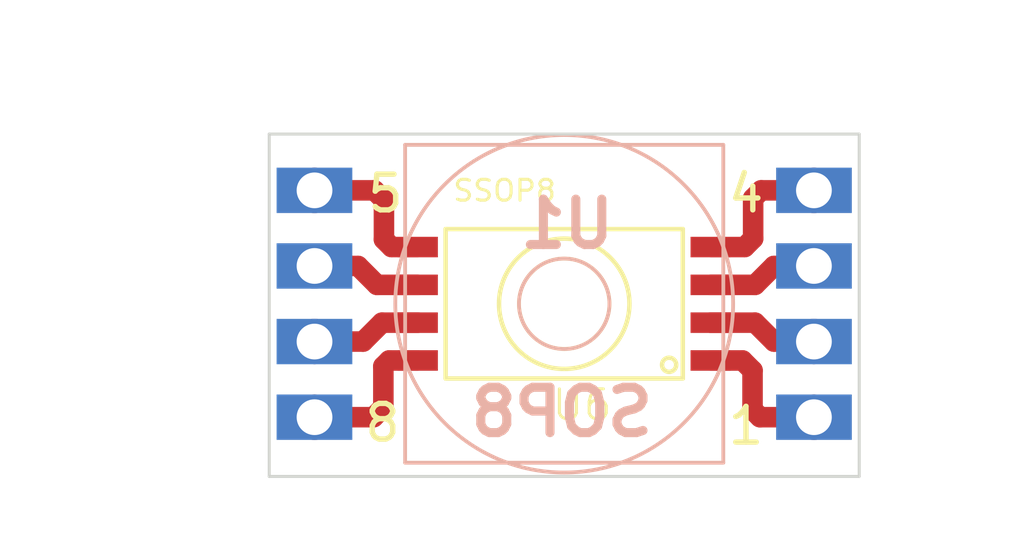
<source format=kicad_pcb>
(kicad_pcb (version 3) (host pcbnew "(2013-jul-07)-stable")

  (general
    (links 8)
    (no_connects 0)
    (area 197.100001 140.650001 234.835715 160.6)
    (thickness 1.6)
    (drawings 12)
    (tracks 48)
    (zones 0)
    (modules 2)
    (nets 9)
  )

  (page A3)
  (layers
    (15 F.Cu signal)
    (0 B.Cu signal)
    (16 B.Adhes user)
    (17 F.Adhes user)
    (18 B.Paste user)
    (19 F.Paste user)
    (20 B.SilkS user)
    (21 F.SilkS user)
    (22 B.Mask user)
    (23 F.Mask user)
    (24 Dwgs.User user)
    (25 Cmts.User user)
    (26 Eco1.User user)
    (27 Eco2.User user)
    (28 Edge.Cuts user)
  )

  (setup
    (last_trace_width 0.254)
    (trace_clearance 0.254)
    (zone_clearance 0.508)
    (zone_45_only no)
    (trace_min 0.254)
    (segment_width 0.2)
    (edge_width 0.1)
    (via_size 0.889)
    (via_drill 0.635)
    (via_min_size 0.889)
    (via_min_drill 0.508)
    (uvia_size 0.508)
    (uvia_drill 0.127)
    (uvias_allowed no)
    (uvia_min_size 0.508)
    (uvia_min_drill 0.127)
    (pcb_text_width 0.3)
    (pcb_text_size 1.5 1.5)
    (mod_edge_width 0.15)
    (mod_text_size 1 1)
    (mod_text_width 0.15)
    (pad_size 1.524 1.524)
    (pad_drill 0.8001)
    (pad_to_mask_clearance 0)
    (aux_axis_origin 0 0)
    (visible_elements 7FFFFFFF)
    (pcbplotparams
      (layerselection 3178497)
      (usegerberextensions true)
      (excludeedgelayer true)
      (linewidth 0.150000)
      (plotframeref false)
      (viasonmask false)
      (mode 1)
      (useauxorigin false)
      (hpglpennumber 1)
      (hpglpenspeed 20)
      (hpglpendiameter 15)
      (hpglpenoverlay 2)
      (psnegative false)
      (psa4output false)
      (plotreference true)
      (plotvalue true)
      (plotothertext true)
      (plotinvisibletext false)
      (padsonsilk false)
      (subtractmaskfromsilk false)
      (outputformat 1)
      (mirror false)
      (drillshape 0)
      (scaleselection 1)
      (outputdirectory Gerber/Adapter/))
  )

  (net 0 "")
  (net 1 /5Vdc)
  (net 2 /GND)
  (net 3 /MAP)
  (net 4 /Pin1)
  (net 5 /Pin5)
  (net 6 /Pin6)
  (net 7 /Pin7)
  (net 8 /Pin8)

  (net_class Default "This is the default net class."
    (clearance 0.254)
    (trace_width 0.254)
    (via_dia 0.889)
    (via_drill 0.635)
    (uvia_dia 0.508)
    (uvia_drill 0.127)
    (add_net "")
  )

  (net_class SSOP ""
    (clearance 0.254)
    (trace_width 0.69)
    (via_dia 1.524)
    (via_drill 1.2)
    (uvia_dia 0.508)
    (uvia_drill 0.127)
    (add_net /5Vdc)
    (add_net /GND)
    (add_net /MAP)
    (add_net /Pin1)
    (add_net /Pin5)
    (add_net /Pin6)
    (add_net /Pin7)
    (add_net /Pin8)
  )

  (module SSOP-8-Freescale (layer F.Cu) (tedit 539BCA4B) (tstamp 539BCBF9)
    (at 216.4 150.5)
    (path /539BCE53)
    (fp_text reference U6 (at 0.6 3.4) (layer F.SilkS)
      (effects (font (size 1 1) (thickness 0.1016)))
    )
    (fp_text value SSOP8 (at -2 -3.8) (layer F.SilkS)
      (effects (font (size 0.7 0.7) (thickness 0.1016)))
    )
    (fp_circle (center 0 0) (end 2.15 0.41) (layer F.SilkS) (width 0.15))
    (fp_circle (center 3.52 2.05) (end 3.32 1.92) (layer F.SilkS) (width 0.15))
    (fp_line (start 3.98 2.51) (end 3.98 -2.51) (layer F.SilkS) (width 0.15))
    (fp_line (start 3.98 -2.51) (end -3.98 -2.51) (layer F.SilkS) (width 0.15))
    (fp_line (start -3.98 -2.51) (end -3.98 2.51) (layer F.SilkS) (width 0.15))
    (fp_line (start -3.98 2.51) (end 3.98 2.51) (layer F.SilkS) (width 0.15))
    (fp_circle (center 0 0) (end 1.51892 0) (layer F.SilkS) (width 0.127))
    (pad 1 smd rect (at 4.915 1.905) (size 1.35 0.69)
      (layers F.Cu F.Paste F.Mask)
      (net 4 /Pin1)
    )
    (pad 2 smd rect (at 4.915 0.635) (size 1.35 0.69)
      (layers F.Cu F.Paste F.Mask)
      (net 1 /5Vdc)
    )
    (pad 3 smd rect (at 4.915 -0.635) (size 1.35 0.69)
      (layers F.Cu F.Paste F.Mask)
      (net 2 /GND)
    )
    (pad 4 smd rect (at 4.915 -1.905) (size 1.35 0.69)
      (layers F.Cu F.Paste F.Mask)
      (net 3 /MAP)
    )
    (pad 5 smd rect (at -4.915 -1.905) (size 1.35 0.69)
      (layers F.Cu F.Paste F.Mask)
      (net 5 /Pin5)
    )
    (pad 6 smd rect (at -4.915 -0.635) (size 1.35 0.69)
      (layers F.Cu F.Paste F.Mask)
      (net 6 /Pin6)
    )
    (pad 7 smd rect (at -4.915 0.635) (size 1.35 0.69)
      (layers F.Cu F.Paste F.Mask)
      (net 7 /Pin7)
    )
    (pad 8 smd rect (at -4.915 1.905) (size 1.35 0.69)
      (layers F.Cu F.Paste F.Mask)
      (net 8 /Pin8)
    )
  )

  (module 8-SOP (layer B.Cu) (tedit 50D0F6F9) (tstamp 539E54E5)
    (at 216.4 150.5 180)
    (path /539E53C4)
    (fp_text reference U1 (at -0.09906 2.6797 180) (layer B.SilkS)
      (effects (font (size 1.524 1.524) (thickness 0.3048)) (justify mirror))
    )
    (fp_text value SOP8 (at 0.07874 -3.63982 180) (layer B.SilkS)
      (effects (font (size 1.524 1.524) (thickness 0.3048)) (justify mirror))
    )
    (fp_circle (center 0 0) (end 1.51892 0) (layer B.SilkS) (width 0.127))
    (fp_circle (center 0 0) (end 5.66928 0) (layer B.SilkS) (width 0.127))
    (fp_line (start 5.33908 -5.33908) (end -5.33908 -5.33908) (layer B.SilkS) (width 0.127))
    (fp_line (start -5.33908 -5.33908) (end -5.33908 5.33908) (layer B.SilkS) (width 0.127))
    (fp_line (start -5.33908 5.33908) (end 5.33908 5.33908) (layer B.SilkS) (width 0.127))
    (fp_line (start 5.33908 5.33908) (end 5.33908 -5.33908) (layer B.SilkS) (width 0.127))
    (pad 1 smd rect (at 8.382 -3.81 180) (size 2.54 1.524)
      (layers B.Cu B.Paste B.Mask)
      (net 8 /Pin8)
    )
    (pad 2 smd rect (at 8.382 -1.27 180) (size 2.54 1.524)
      (layers B.Cu B.Paste B.Mask)
      (net 7 /Pin7)
    )
    (pad 3 smd rect (at 8.382 1.27 180) (size 2.54 1.524)
      (layers B.Cu B.Paste B.Mask)
      (net 6 /Pin6)
    )
    (pad 4 smd rect (at 8.382 3.81 180) (size 2.54 1.524)
      (layers B.Cu B.Paste B.Mask)
      (net 5 /Pin5)
    )
    (pad 5 smd rect (at -8.382 3.81 180) (size 2.54 1.524)
      (layers B.Cu B.Paste B.Mask)
      (net 3 /MAP)
    )
    (pad 6 smd rect (at -8.382 1.27 180) (size 2.54 1.524)
      (layers B.Cu B.Paste B.Mask)
      (net 2 /GND)
    )
    (pad 7 smd rect (at -8.382 -1.27 180) (size 2.54 1.524)
      (layers B.Cu B.Paste B.Mask)
      (net 1 /5Vdc)
    )
    (pad 8 smd rect (at -8.382 -3.81 180) (size 2.54 1.524)
      (layers B.Cu B.Paste B.Mask)
      (net 4 /Pin1)
    )
  )

  (gr_text 8 (at 210.3 154.5) (layer F.SilkS)
    (effects (font (size 1.2 1.2) (thickness 0.18)))
  )
  (gr_text 5 (at 210.4 146.8) (layer F.SilkS)
    (effects (font (size 1.2 1.2) (thickness 0.18)))
  )
  (gr_text 4 (at 222.5 146.8) (layer F.SilkS)
    (effects (font (size 1.2 1.2) (thickness 0.18)))
  )
  (gr_text 1 (at 222.5 154.6) (layer F.SilkS)
    (effects (font (size 1.2 1.2) (thickness 0.18)))
  )
  (dimension 19.8 (width 0.3) (layer Dwgs.User)
    (gr_text "19.800 mm" (at 216.4 159.249999) (layer Dwgs.User)
      (effects (font (size 1.5 1.5) (thickness 0.3)))
    )
    (feature1 (pts (xy 226.3 156.6) (xy 226.3 160.599999)))
    (feature2 (pts (xy 206.5 156.6) (xy 206.5 160.599999)))
    (crossbar (pts (xy 206.5 157.899999) (xy 226.3 157.899999)))
    (arrow1a (pts (xy 226.3 157.899999) (xy 225.173497 158.486419)))
    (arrow1b (pts (xy 226.3 157.899999) (xy 225.173497 157.313579)))
    (arrow2a (pts (xy 206.5 157.899999) (xy 207.626503 158.486419)))
    (arrow2b (pts (xy 206.5 157.899999) (xy 207.626503 157.313579)))
  )
  (dimension 11.5 (width 0.3) (layer Dwgs.User)
    (gr_text "11.500 mm" (at 203.75 150.55 90) (layer Dwgs.User)
      (effects (font (size 1.5 1.5) (thickness 0.3)))
    )
    (feature1 (pts (xy 206.3 144.8) (xy 202.4 144.8)))
    (feature2 (pts (xy 206.3 156.3) (xy 202.4 156.3)))
    (crossbar (pts (xy 205.1 156.3) (xy 205.1 144.8)))
    (arrow1a (pts (xy 205.1 144.8) (xy 205.68642 145.926503)))
    (arrow1b (pts (xy 205.1 144.8) (xy 204.51358 145.926503)))
    (arrow2a (pts (xy 205.1 156.3) (xy 205.68642 155.173497)))
    (arrow2b (pts (xy 205.1 156.3) (xy 204.51358 155.173497)))
  )
  (dimension 11.5 (width 0.3) (layer Eco1.User)
    (gr_text "0.4528 in" (at 229.15 150.55 90) (layer Eco1.User)
      (effects (font (size 1.5 1.5) (thickness 0.3)))
    )
    (feature1 (pts (xy 226.6 144.8) (xy 230.5 144.8)))
    (feature2 (pts (xy 226.6 156.3) (xy 230.5 156.3)))
    (crossbar (pts (xy 227.8 156.3) (xy 227.8 144.8)))
    (arrow1a (pts (xy 227.8 144.8) (xy 228.38642 145.926503)))
    (arrow1b (pts (xy 227.8 144.8) (xy 227.21358 145.926503)))
    (arrow2a (pts (xy 227.8 156.3) (xy 228.38642 155.173497)))
    (arrow2b (pts (xy 227.8 156.3) (xy 227.21358 155.173497)))
  )
  (dimension 19.8 (width 0.3) (layer Eco1.User)
    (gr_text "0.7795 in" (at 216.4 142.150001) (layer Eco1.User)
      (effects (font (size 1.5 1.5) (thickness 0.3)))
    )
    (feature1 (pts (xy 226.3 144.5) (xy 226.3 140.800001)))
    (feature2 (pts (xy 206.5 144.5) (xy 206.5 140.800001)))
    (crossbar (pts (xy 206.5 143.500001) (xy 226.3 143.500001)))
    (arrow1a (pts (xy 226.3 143.500001) (xy 225.173497 144.086421)))
    (arrow1b (pts (xy 226.3 143.500001) (xy 225.173497 142.913581)))
    (arrow2a (pts (xy 206.5 143.500001) (xy 207.626503 144.086421)))
    (arrow2b (pts (xy 206.5 143.500001) (xy 207.626503 142.913581)))
  )
  (gr_line (start 206.5 156.3) (end 226.3 156.3) (angle 90) (layer Edge.Cuts) (width 0.1))
  (gr_line (start 206.5 144.8) (end 206.5 156.3) (angle 90) (layer Edge.Cuts) (width 0.1))
  (gr_line (start 226.3 144.8) (end 206.5 144.8) (angle 90) (layer Edge.Cuts) (width 0.1))
  (gr_line (start 226.3 156.3) (end 226.3 144.8) (angle 90) (layer Edge.Cuts) (width 0.1))

  (segment (start 221.315 151.135) (end 222.805 151.135) (width 0.69) (layer F.Cu) (net 1))
  (segment (start 222.805 151.135) (end 223.44 151.77) (width 0.69) (layer F.Cu) (net 1) (tstamp 539E558B))
  (segment (start 223.44 151.77) (end 224.78 151.77) (width 0.69) (layer F.Cu) (net 1) (tstamp 539E558D))
  (via (at 224.78 151.77) (size 1.524) (layers F.Cu B.Cu) (net 1))
  (segment (start 224.78 151.77) (end 224.782 151.77) (width 0.69) (layer B.Cu) (net 1) (tstamp 539E559B))
  (segment (start 221.315 149.865) (end 222.805 149.865) (width 0.69) (layer F.Cu) (net 2))
  (segment (start 222.805 149.865) (end 223.44 149.23) (width 0.69) (layer F.Cu) (net 2) (tstamp 539E5572))
  (segment (start 223.44 149.23) (end 224.78 149.23) (width 0.69) (layer F.Cu) (net 2) (tstamp 539E5574))
  (via (at 224.78 149.23) (size 1.524) (layers F.Cu B.Cu) (net 2))
  (segment (start 224.78 149.23) (end 224.782 149.23) (width 0.69) (layer B.Cu) (net 2) (tstamp 539E557B))
  (segment (start 221.315 148.595) (end 222.455 148.595) (width 0.69) (layer F.Cu) (net 3))
  (segment (start 222.455 148.595) (end 222.74 148.31) (width 0.69) (layer F.Cu) (net 3) (tstamp 539E55A6))
  (segment (start 222.74 148.31) (end 222.74 146.96) (width 0.69) (layer F.Cu) (net 3) (tstamp 539E55A9))
  (segment (start 222.74 146.96) (end 223.01 146.69) (width 0.69) (layer F.Cu) (net 3) (tstamp 539E55AA))
  (segment (start 223.01 146.69) (end 224.78 146.69) (width 0.69) (layer F.Cu) (net 3) (tstamp 539E55AE))
  (via (at 224.78 146.69) (size 1.524) (layers F.Cu B.Cu) (net 3))
  (segment (start 224.78 146.69) (end 224.782 146.69) (width 0.69) (layer B.Cu) (net 3) (tstamp 539E55B5))
  (segment (start 221.315 152.405) (end 222.385 152.405) (width 0.69) (layer F.Cu) (net 4))
  (segment (start 222.385 152.405) (end 222.72 152.74) (width 0.69) (layer F.Cu) (net 4) (tstamp 539E55BC))
  (segment (start 222.72 152.74) (end 222.72 154.06) (width 0.69) (layer F.Cu) (net 4) (tstamp 539E55BE))
  (segment (start 222.72 154.06) (end 222.97 154.31) (width 0.69) (layer F.Cu) (net 4) (tstamp 539E55BF))
  (segment (start 222.97 154.31) (end 224.78 154.31) (width 0.69) (layer F.Cu) (net 4) (tstamp 539E55C2))
  (via (at 224.78 154.31) (size 1.524) (layers F.Cu B.Cu) (net 4))
  (segment (start 224.78 154.31) (end 224.782 154.31) (width 0.69) (layer B.Cu) (net 4) (tstamp 539E55C7))
  (segment (start 211.485 148.595) (end 210.605 148.595) (width 0.69) (layer F.Cu) (net 5))
  (segment (start 210.605 148.595) (end 210.35 148.34) (width 0.69) (layer F.Cu) (net 5) (tstamp 539E55FF))
  (segment (start 210.35 148.34) (end 210.35 147.01) (width 0.69) (layer F.Cu) (net 5) (tstamp 539E5601))
  (segment (start 210.35 147.01) (end 210.03 146.69) (width 0.69) (layer F.Cu) (net 5) (tstamp 539E5602))
  (segment (start 210.03 146.69) (end 208.02 146.69) (width 0.69) (layer F.Cu) (net 5) (tstamp 539E5605))
  (via (at 208.02 146.69) (size 1.524) (layers F.Cu B.Cu) (net 5))
  (segment (start 208.02 146.69) (end 208.018 146.69) (width 0.69) (layer B.Cu) (net 5) (tstamp 539E560B))
  (segment (start 211.485 149.865) (end 210.115 149.865) (width 0.69) (layer F.Cu) (net 6))
  (segment (start 210.115 149.865) (end 209.48 149.23) (width 0.69) (layer F.Cu) (net 6) (tstamp 539E55D2))
  (segment (start 209.48 149.23) (end 208.02 149.23) (width 0.69) (layer F.Cu) (net 6) (tstamp 539E55D3))
  (via (at 208.02 149.23) (size 1.524) (layers F.Cu B.Cu) (net 6))
  (segment (start 208.02 149.23) (end 208.018 149.23) (width 0.69) (layer B.Cu) (net 6) (tstamp 539E55DA))
  (segment (start 211.485 151.135) (end 210.285 151.135) (width 0.69) (layer F.Cu) (net 7))
  (segment (start 210.285 151.135) (end 209.65 151.77) (width 0.69) (layer F.Cu) (net 7) (tstamp 539E55E0))
  (segment (start 209.65 151.77) (end 208.02 151.77) (width 0.69) (layer F.Cu) (net 7) (tstamp 539E55E1))
  (via (at 208.02 151.77) (size 1.524) (layers F.Cu B.Cu) (net 7))
  (segment (start 208.02 151.77) (end 208.018 151.77) (width 0.69) (layer B.Cu) (net 7) (tstamp 539E55E7))
  (segment (start 211.485 152.405) (end 210.525 152.405) (width 0.69) (layer F.Cu) (net 8))
  (segment (start 210.525 152.405) (end 210.33 152.6) (width 0.69) (layer F.Cu) (net 8) (tstamp 539E55EF))
  (segment (start 210.33 152.6) (end 210.33 153.98) (width 0.69) (layer F.Cu) (net 8) (tstamp 539E55F0))
  (segment (start 210.33 153.98) (end 210 154.31) (width 0.69) (layer F.Cu) (net 8) (tstamp 539E55F2))
  (segment (start 210 154.31) (end 208.02 154.31) (width 0.69) (layer F.Cu) (net 8) (tstamp 539E55F3))
  (via (at 208.02 154.31) (size 1.524) (layers F.Cu B.Cu) (net 8))
  (segment (start 208.02 154.31) (end 208.018 154.31) (width 0.69) (layer B.Cu) (net 8) (tstamp 539E55F8))

)

</source>
